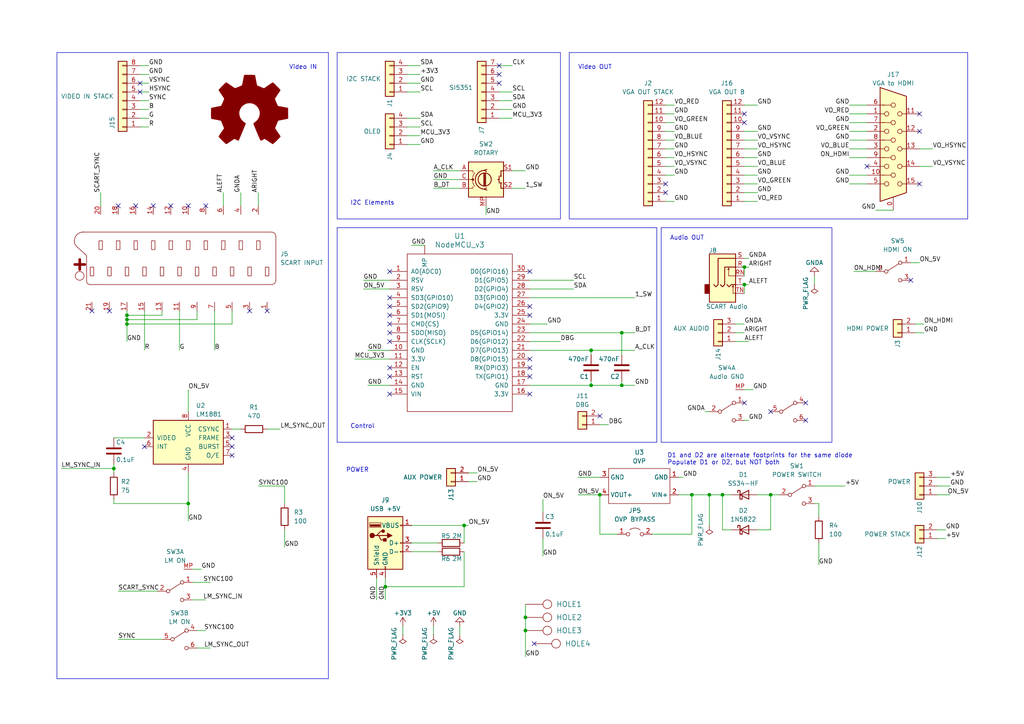
<source format=kicad_sch>
(kicad_sch (version 20230121) (generator eeschema)
  (paper "A4")
  (title_block (title "gbs-daughter-board v2") (date "2024-01-09") (rev "Build1b") (company "Albert Herranz"))
  (lib_symbols
    (symbol "Connector:DE15_Receptacle_HighDensity_MountingHoles" (pin_names (offset 1.016) hide)
      (property "Reference" "J" (at 0 21.59 0))
      (property "Value" "DE15_Receptacle_HighDensity_MountingHoles" (at 0 19.05 0))
      (symbol "DE15_Receptacle_HighDensity_MountingHoles_1_1"
        (pin passive line (at 0 -17.78 90) (length 3.81) (name "~") (number "0"))
        (pin passive line (at -7.62 10.16 0) (length 5.08) (name "~") (number "1"))
        (pin passive line (at -7.62 -7.62 0) (length 5.08) (name "~") (number "10"))
        (pin passive line (at 7.62 10.16 180) (length 5.08) (name "~") (number "11"))
        (pin passive line (at 7.62 5.08 180) (length 5.08) (name "~") (number "12"))
        (pin passive line (at 7.62 0 180) (length 5.08) (name "~") (number "13"))
        (pin passive line (at 7.62 -5.08 180) (length 5.08) (name "~") (number "14"))
        (pin passive line (at 7.62 -10.16 180) (length 5.08) (name "~") (number "15"))
        (pin passive line (at -7.62 5.08 0) (length 5.08) (name "~") (number "2"))
        (pin passive line (at -7.62 0 0) (length 5.08) (name "~") (number "3"))
        (pin passive line (at -7.62 -5.08 0) (length 5.08) (name "~") (number "4"))
        (pin passive line (at -7.62 -10.16 0) (length 5.08) (name "~") (number "5"))
        (pin passive line (at -7.62 12.7 0) (length 5.08) (name "~") (number "6"))
        (pin passive line (at -7.62 7.62 0) (length 5.08) (name "~") (number "7"))
        (pin passive line (at -7.62 2.54 0) (length 5.08) (name "~") (number "8"))
        (pin passive line (at -7.62 -2.54 0) (length 5.08) (name "~") (number "9"))
      )
    )
    (symbol "Connector:SCART-F" (pin_names (offset 0.762) hide)
      (property "Reference" "J" (at 0 31.75 0))
      (property "Value" "SCART-F" (at 1.016 -29.21 0))
      (symbol "SCART-F_0_1"
        (text "+" (at -1.778 29.21 0) (effects (font (size 3.81 3.81) bold)))
      )
      (symbol "SCART-F_1_1"
        (pin passive line (at -15.24 -25.4 0) (length 2.54) (name "P1") (number "1"))
        (pin passive line (at 15.24 -2.54 180) (length 2.54) (name "P10") (number "10"))
        (pin passive line (at -15.24 0 0) (length 2.54) (name "P11") (number "11"))
        (pin passive line (at 15.24 2.54 180) (length 2.54) (name "P12") (number "12"))
        (pin passive line (at -15.24 5.08 0) (length 2.54) (name "P13") (number "13"))
        (pin passive line (at 15.24 7.62 180) (length 2.54) (name "P14") (number "14"))
        (pin passive line (at -15.24 10.16 0) (length 2.54) (name "P15") (number "15"))
        (pin passive line (at 15.24 12.7 180) (length 2.54) (name "P16") (number "16"))
        (pin passive line (at -15.24 15.24 0) (length 2.54) (name "P17") (number "17"))
        (pin passive line (at 15.24 17.78 180) (length 2.54) (name "P18") (number "18"))
        (pin passive line (at -15.24 20.32 0) (length 2.54) (name "P19") (number "19"))
        (pin passive line (at 15.24 -22.86 180) (length 2.54) (name "P2") (number "2"))
        (pin passive line (at 15.24 22.86 180) (length 2.54) (name "P20") (number "20"))
        (pin passive line (at -15.24 25.4 0) (length 2.54) (name "P21") (number "21"))
        (pin passive line (at -15.24 -20.32 0) (length 2.54) (name "P3") (number "3"))
        (pin passive line (at 15.24 -17.78 180) (length 2.54) (name "P4") (number "4"))
        (pin passive line (at -15.24 -15.24 0) (length 2.54) (name "P5") (number "5"))
        (pin passive line (at 15.24 -12.7 180) (length 2.54) (name "P6") (number "6"))
        (pin passive line (at -15.24 -10.16 0) (length 2.54) (name "P7") (number "7"))
        (pin passive line (at 15.24 -7.62 180) (length 2.54) (name "P8") (number "8"))
        (pin passive line (at -15.24 -5.08 0) (length 2.54) (name "P9") (number "9"))
      )
    )
    (symbol "Connector:USB_A" (pin_names (offset 1.016))
      (property "Reference" "J" (at -5.08 11.43 0))
      (property "Value" "USB_A" (at -5.08 8.89 0))
      (symbol "USB_A_1_1"
        (pin power_in line (at 7.62 5.08 180) (length 2.54) (name "VBUS") (number "1"))
        (pin bidirectional line (at 7.62 -2.54 180) (length 2.54) (name "D-") (number "2"))
        (pin bidirectional line (at 7.62 0 180) (length 2.54) (name "D+") (number "3"))
        (pin power_in line (at 0 -10.16 90) (length 2.54) (name "GND") (number "4"))
        (pin passive line (at -2.54 -10.16 90) (length 2.54) (name "Shield") (number "5"))
      )
    )
    (symbol "Connector_Audio:AudioJack3_SwitchTR"
      (property "Reference" "J" (at 0 8.89 0))
      (property "Value" "AudioJack3_SwitchTR" (at 0 6.35 0))
      (symbol "AudioJack3_SwitchTR_1_1"
        (pin passive line (at 5.08 0 180) (length 2.54) (name "~") (number "R"))
        (pin passive line (at 5.08 -2.54 180) (length 2.54) (name "~") (number "RN"))
        (pin passive line (at 5.08 2.54 180) (length 2.54) (name "~") (number "S"))
        (pin passive line (at 5.08 -5.08 180) (length 2.54) (name "~") (number "T"))
        (pin passive line (at 5.08 -7.62 180) (length 2.54) (name "~") (number "TN"))
      )
    )
    (symbol "Connector_Generic:Conn_01x02" (pin_names (offset 1.016) hide)
      (property "Reference" "J" (at 0 2.54 0))
      (property "Value" "Conn_01x02" (at 0 -5.08 0))
      (symbol "Conn_01x02_1_1"
        (pin passive line (at -5.08 0 0) (length 3.81) (name "Pin_1") (number "1"))
        (pin passive line (at -5.08 -2.54 0) (length 3.81) (name "Pin_2") (number "2"))
      )
    )
    (symbol "Connector_Generic:Conn_01x03" (pin_names (offset 1.016) hide)
      (property "Reference" "J" (at 0 5.08 0))
      (property "Value" "Conn_01x03" (at 0 -5.08 0))
      (symbol "Conn_01x03_1_1"
        (pin passive line (at -5.08 2.54 0) (length 3.81) (name "Pin_1") (number "1"))
        (pin passive line (at -5.08 0 0) (length 3.81) (name "Pin_2") (number "2"))
        (pin passive line (at -5.08 -2.54 0) (length 3.81) (name "Pin_3") (number "3"))
      )
    )
    (symbol "Connector_Generic:Conn_01x04" (pin_names (offset 1.016) hide)
      (property "Reference" "J" (at 0 5.08 0))
      (property "Value" "Conn_01x04" (at 0 -7.62 0))
      (symbol "Conn_01x04_1_1"
        (pin passive line (at -5.08 2.54 0) (length 3.81) (name "Pin_1") (number "1"))
        (pin passive line (at -5.08 0 0) (length 3.81) (name "Pin_2") (number "2"))
        (pin passive line (at -5.08 -2.54 0) (length 3.81) (name "Pin_3") (number "3"))
        (pin passive line (at -5.08 -5.08 0) (length 3.81) (name "Pin_4") (number "4"))
      )
    )
    (symbol "Connector_Generic:Conn_01x07" (pin_names (offset 1.016) hide)
      (property "Reference" "J" (at 0 10.16 0))
      (property "Value" "Conn_01x07" (at 0 -10.16 0))
      (symbol "Conn_01x07_1_1"
        (pin passive line (at -5.08 7.62 0) (length 3.81) (name "Pin_1") (number "1"))
        (pin passive line (at -5.08 5.08 0) (length 3.81) (name "Pin_2") (number "2"))
        (pin passive line (at -5.08 2.54 0) (length 3.81) (name "Pin_3") (number "3"))
        (pin passive line (at -5.08 0 0) (length 3.81) (name "Pin_4") (number "4"))
        (pin passive line (at -5.08 -2.54 0) (length 3.81) (name "Pin_5") (number "5"))
        (pin passive line (at -5.08 -5.08 0) (length 3.81) (name "Pin_6") (number "6"))
        (pin passive line (at -5.08 -7.62 0) (length 3.81) (name "Pin_7") (number "7"))
      )
    )
    (symbol "Connector_Generic:Conn_01x08" (pin_names (offset 1.016) hide)
      (property "Reference" "J" (at 0 10.16 0))
      (property "Value" "Conn_01x08" (at 0 -12.7 0))
      (symbol "Conn_01x08_1_1"
        (pin passive line (at -5.08 7.62 0) (length 3.81) (name "Pin_1") (number "1"))
        (pin passive line (at -5.08 5.08 0) (length 3.81) (name "Pin_2") (number "2"))
        (pin passive line (at -5.08 2.54 0) (length 3.81) (name "Pin_3") (number "3"))
        (pin passive line (at -5.08 0 0) (length 3.81) (name "Pin_4") (number "4"))
        (pin passive line (at -5.08 -2.54 0) (length 3.81) (name "Pin_5") (number "5"))
        (pin passive line (at -5.08 -5.08 0) (length 3.81) (name "Pin_6") (number "6"))
        (pin passive line (at -5.08 -7.62 0) (length 3.81) (name "Pin_7") (number "7"))
        (pin passive line (at -5.08 -10.16 0) (length 3.81) (name "Pin_8") (number "8"))
      )
    )
    (symbol "Connector_Generic:Conn_01x12" (pin_names (offset 1.016) hide)
      (property "Reference" "J" (at 0 15.24 0))
      (property "Value" "Conn_01x12" (at 0 -17.78 0))
      (symbol "Conn_01x12_1_1"
        (pin passive line (at -5.08 12.7 0) (length 3.81) (name "Pin_1") (number "1"))
        (pin passive line (at -5.08 -10.16 0) (length 3.81) (name "Pin_10") (number "10"))
        (pin passive line (at -5.08 -12.7 0) (length 3.81) (name "Pin_11") (number "11"))
        (pin passive line (at -5.08 -15.24 0) (length 3.81) (name "Pin_12") (number "12"))
        (pin passive line (at -5.08 10.16 0) (length 3.81) (name "Pin_2") (number "2"))
        (pin passive line (at -5.08 7.62 0) (length 3.81) (name "Pin_3") (number "3"))
        (pin passive line (at -5.08 5.08 0) (length 3.81) (name "Pin_4") (number "4"))
        (pin passive line (at -5.08 2.54 0) (length 3.81) (name "Pin_5") (number "5"))
        (pin passive line (at -5.08 0 0) (length 3.81) (name "Pin_6") (number "6"))
        (pin passive line (at -5.08 -2.54 0) (length 3.81) (name "Pin_7") (number "7"))
        (pin passive line (at -5.08 -5.08 0) (length 3.81) (name "Pin_8") (number "8"))
        (pin passive line (at -5.08 -7.62 0) (length 3.81) (name "Pin_9") (number "9"))
      )
    )
    (symbol "Device:C" (pin_numbers hide) (pin_names (offset 0.254))
      (property "Reference" "C" (at 0.635 2.54 0))
      (property "Value" "C" (at 0.635 -2.54 0))
      (symbol "C_1_1"
        (pin passive line (at 0 3.81 270) (length 2.794) (name "~") (number "1"))
        (pin passive line (at 0 -3.81 90) (length 2.794) (name "~") (number "2"))
      )
    )
    (symbol "Device:D_Schottky" (pin_numbers hide) (pin_names (offset 1.016) hide)
      (property "Reference" "D" (at 0 2.54 0))
      (property "Value" "D_Schottky" (at 0 -2.54 0))
      (symbol "D_Schottky_1_1"
        (pin passive line (at -3.81 0 0) (length 2.54) (name "K") (number "1"))
        (pin passive line (at 3.81 0 180) (length 2.54) (name "A") (number "2"))
      )
    )
    (symbol "Device:R" (pin_numbers hide) (pin_names (offset 0))
      (property "Reference" "R" (at 2.032 0 90))
      (property "Value" "R" (at 0 0 90))
      (symbol "R_1_1"
        (pin passive line (at 0 3.81 270) (length 1.27) (name "~") (number "1"))
        (pin passive line (at 0 -3.81 90) (length 1.27) (name "~") (number "2"))
      )
    )
    (symbol "ESP8266:NodeMCU_1.0_(ESP-12E)" (pin_names (offset 1.016))
      (property "Reference" "U" (at 0 21.59 0))
      (property "Value" "NodeMCU_1.0_(ESP-12E)" (at 0 -21.59 0))
      (symbol "NodeMCU_1.0_(ESP-12E)_1_1"
        (pin power_in line (at -10.16 25.4 270) (length 2.54) (name "MP") (number ""))
        (pin input line (at -20.32 17.78 0) (length 5.08) (name "A0(ADC0)") (number "1"))
        (pin input line (at -20.32 -5.08 0) (length 5.08) (name "GND") (number "10"))
        (pin power_out line (at -20.32 -7.62 0) (length 5.08) (name "3.3V") (number "11"))
        (pin input line (at -20.32 -10.16 0) (length 5.08) (name "EN") (number "12"))
        (pin input line (at -20.32 -12.7 0) (length 5.08) (name "RST") (number "13"))
        (pin power_in line (at -20.32 -15.24 0) (length 5.08) (name "GND") (number "14"))
        (pin power_in line (at -20.32 -17.78 0) (length 5.08) (name "VIN") (number "15"))
        (pin power_out line (at 20.32 -17.78 180) (length 5.08) (name "3.3V") (number "16"))
        (pin power_in line (at 20.32 -15.24 180) (length 5.08) (name "GND") (number "17"))
        (pin bidirectional line (at 20.32 -12.7 180) (length 5.08) (name "TX(GPIO1)") (number "18"))
        (pin bidirectional line (at 20.32 -10.16 180) (length 5.08) (name "RX(DPIO3)") (number "19"))
        (pin input line (at -20.32 15.24 0) (length 5.08) (name "RSV") (number "2"))
        (pin bidirectional line (at 20.32 -7.62 180) (length 5.08) (name "D8(GPIO15)") (number "20"))
        (pin bidirectional line (at 20.32 -5.08 180) (length 5.08) (name "D7(GPIO13)") (number "21"))
        (pin bidirectional line (at 20.32 -2.54 180) (length 5.08) (name "D6(GPIO12)") (number "22"))
        (pin bidirectional line (at 20.32 0 180) (length 5.08) (name "D5(GPIO14)") (number "23"))
        (pin power_in line (at 20.32 2.54 180) (length 5.08) (name "GND") (number "24"))
        (pin power_out line (at 20.32 5.08 180) (length 5.08) (name "3.3V") (number "25"))
        (pin bidirectional line (at 20.32 7.62 180) (length 5.08) (name "D4(GPIO2)") (number "26"))
        (pin bidirectional line (at 20.32 10.16 180) (length 5.08) (name "D3(GPIO0)") (number "27"))
        (pin bidirectional line (at 20.32 12.7 180) (length 5.08) (name "D2(GPIO4)") (number "28"))
        (pin bidirectional line (at 20.32 15.24 180) (length 5.08) (name "D1(GPIO5)") (number "29"))
        (pin input line (at -20.32 12.7 0) (length 5.08) (name "RSV") (number "3"))
        (pin bidirectional line (at 20.32 17.78 180) (length 5.08) (name "D0(GPIO16)") (number "30"))
        (pin bidirectional line (at -20.32 10.16 0) (length 5.08) (name "SD3(GPIO10)") (number "4"))
        (pin bidirectional line (at -20.32 7.62 0) (length 5.08) (name "SD2(GPIO9)") (number "5"))
        (pin bidirectional line (at -20.32 5.08 0) (length 5.08) (name "SD1(MOSI)") (number "6"))
        (pin bidirectional line (at -20.32 2.54 0) (length 5.08) (name "CMD(CS)") (number "7"))
        (pin bidirectional line (at -20.32 0 0) (length 5.08) (name "SDO(MISO)") (number "8"))
        (pin bidirectional line (at -20.32 -2.54 0) (length 5.08) (name "CLK(SCLK)") (number "9"))
      )
    )
    (symbol "Graphic:Logo_Open_Hardware_Large" (pin_numbers hide) (pin_names hide) (in_bom no) (on_board no))
    (symbol "Jumper:Jumper_2_Open" (pin_names (offset 0) hide)
      (property "Reference" "JP" (at 0 2.794 0))
      (property "Value" "Jumper_2_Open" (at 0 -2.286 0))
      (symbol "Jumper_2_Open_1_1"
        (pin passive line (at -5.08 0 0) (length 2.54) (name "A") (number "1"))
        (pin passive line (at 5.08 0 180) (length 2.54) (name "B") (number "2"))
      )
    )
    (symbol "Switch:SW_DPDT_x2" (pin_names (offset 0) hide)
      (property "Reference" "SW" (at 0 4.318 0))
      (property "Value" "SW_DPDT_x2" (at 0 -5.08 0))
      (symbol "SW_DPDT_x2_1_1"
        (pin passive line (at 5.08 2.54 180) (length 2.54) (name "A") (number "1"))
        (pin passive line (at -5.08 0 0) (length 2.54) (name "B") (number "2"))
        (pin passive line (at 5.08 -2.54 180) (length 2.54) (name "C") (number "3"))
      )
      (symbol "SW_DPDT_x2_2_1"
        (pin passive line (at 5.08 2.54 180) (length 2.54) (name "A") (number "4"))
        (pin passive line (at -5.08 0 0) (length 2.54) (name "B") (number "5"))
        (pin passive line (at 5.08 -2.54 180) (length 2.54) (name "C") (number "6"))
      )
    )
    (symbol "Switch:SW_SPDT" (pin_names (offset 0) hide)
      (property "Reference" "SW" (at 0 4.318 0))
      (property "Value" "SW_SPDT" (at 0 -5.08 0))
      (symbol "SW_SPDT_1_1"
        (pin passive line (at 5.08 2.54 180) (length 2.54) (name "A") (number "1"))
        (pin passive line (at -5.08 0 0) (length 2.54) (name "B") (number "2"))
        (pin passive line (at 5.08 -2.54 180) (length 2.54) (name "C") (number "3"))
      )
    )
    (symbol "Video:LM1881" (pin_names (offset 1.016))
      (property "Reference" "U" (at -8.89 8.89 0))
      (property "Value" "LM1881" (at 6.35 8.89 0))
      (symbol "LM1881_1_1"
        (pin output line (at 12.7 5.08 180) (length 2.54) (name "CSYNC") (number "1"))
        (pin input line (at -12.7 2.54 0) (length 2.54) (name "VIDEO") (number "2"))
        (pin output line (at 12.7 2.54 180) (length 2.54) (name "FRAME") (number "3"))
        (pin power_in line (at 0 -7.62 90) (length 2.54) (name "GND") (number "4"))
        (pin output line (at 12.7 0 180) (length 2.54) (name "BURST") (number "5"))
        (pin input line (at -12.7 0 0) (length 2.54) (name "INT") (number "6"))
        (pin output line (at 12.7 -2.54 180) (length 2.54) (name "O/E") (number "7"))
        (pin power_in line (at 0 10.16 270) (length 2.54) (name "VCC") (number "8"))
      )
    )
    (symbol "my_components:HOLE" (pin_numbers hide) (pin_names (offset 1.016) hide)
      (property "Reference" "HOLE" (at 2.54 0 0))
      (symbol "HOLE_1_1"
        (pin input line (at -6.35 0 0) (length 5.08) (name "~") (number "1"))
      )
    )
    (symbol "my_components:OVP_Module_5.5V_2.5A_30V"
      (property "Reference" "U2" (at 0 17.399 0))
      (property "Value" "OVP Omega" (at 0 14.859 0))
      (symbol "OVP_Module_5.5V_2.5A_30V_1_1"
        (pin power_in line (at -11.43 10.16 0) (length 2.54) (name "GND") (number "1"))
        (pin power_in line (at -11.43 5.08 0) (length 2.54) (name "VIN+") (number "2"))
        (pin power_in line (at 11.43 10.16 180) (length 2.54) (name "GND") (number "3"))
        (pin power_out line (at 11.43 5.08 180) (length 2.54) (name "VOUT+") (number "4"))
      )
    )
    (symbol "my_components:RotaryEncoder_Switch_with_MP" (pin_names (offset 0.254) hide)
      (property "Reference" "SW" (at 0 6.604 0))
      (property "Value" "RotaryEncoder_Switch" (at 0 -6.604 0))
      (symbol "RotaryEncoder_Switch_with_MP_1_1"
        (pin passive line (at -7.62 2.54 0) (length 2.54) (name "A") (number "A"))
        (pin passive line (at -7.62 -2.54 0) (length 2.54) (name "B") (number "B"))
        (pin passive line (at -7.62 0 0) (length 2.54) (name "C") (number "C"))
        (pin passive line (at 0 -7.62 90) (length 2.54) (name "MP") (number "MP"))
        (pin passive line (at 7.62 2.54 180) (length 2.54) (name "S1") (number "S1"))
        (pin passive line (at 7.62 -2.54 180) (length 2.54) (name "S2") (number "S2"))
      )
    )
    (symbol "my_components:SW_DPDT_x2_with_MP" (pin_names (offset 0) hide)
      (property "Reference" "SW" (at 0 4.318 0))
      (property "Value" "SW_DPDT_x2" (at 0 -5.08 0))
      (symbol "SW_DPDT_x2_with_MP_0_1"
        (pin passive line (at 5.08 6.35 180) (length 2.54) (name "MP") (number "MP"))
      )
      (symbol "SW_DPDT_x2_with_MP_1_1"
        (pin passive line (at 5.08 2.54 180) (length 2.54) (name "A") (number "1"))
        (pin passive line (at -5.08 0 0) (length 2.54) (name "B") (number "2"))
        (pin passive line (at 5.08 -2.54 180) (length 2.54) (name "C") (number "3"))
      )
      (symbol "SW_DPDT_x2_with_MP_2_1"
        (pin passive line (at 5.08 2.54 180) (length 2.54) (name "A") (number "4"))
        (pin passive line (at -5.08 0 0) (length 2.54) (name "B") (number "5"))
        (pin passive line (at 5.08 -2.54 180) (length 2.54) (name "C") (number "6"))
      )
    )
    (symbol "power:+3V3" (power) (pin_names (offset 0))
      (property "Value" "+3V3" (at 0 3.556 0))
      (symbol "+3V3_1_1"
        (pin power_in line (at 0 0 90) (length 0) hide (name "+3V3") (number "1"))
      )
    )
    (symbol "power:+5V" (power) (pin_names (offset 0))
      (property "Value" "+5V" (at 0 3.556 0))
      (symbol "+5V_1_1"
        (pin power_in line (at 0 0 90) (length 0) hide (name "+5V") (number "1"))
      )
    )
    (symbol "power:GND" (power) (pin_names (offset 0))
      (property "Value" "GND" (at 0 -3.81 0))
      (symbol "GND_1_1"
        (pin power_in line (at 0 0 270) (length 0) hide (name "GND") (number "1"))
      )
    )
    (symbol "power:GNDA" (power) (pin_names (offset 0))
      (property "Value" "GNDA" (at 0 -3.81 0))
      (symbol "GNDA_1_1"
        (pin power_in line (at 0 0 270) (length 0) hide (name "GNDA") (number "1"))
      )
    )
    (symbol "power:PWR_FLAG" (power) (pin_numbers hide) (pin_names (offset 0) hide)
      (property "Value" "PWR_FLAG" (at 0 3.81 0))
      (symbol "PWR_FLAG_0_0"
        (pin power_out line (at 0 0 90) (length 0) (name "pwr") (number "1"))
      )
    )
  )
  (junction (at 215.9 82.55))
  (junction (at 36.83 92.71))
  (junction (at 33.02 135.89))
  (junction (at 171.45 101.6))
  (junction (at 36.83 91.44))
  (junction (at 111.76 170.18))
  (junction (at 223.52 143.51))
  (junction (at 180.34 111.76))
  (junction (at 152.4 182.88))
  (junction (at 180.34 96.52))
  (junction (at 200.66 143.51))
  (junction (at 205.74 143.51))
  (junction (at 152.4 179.07))
  (junction (at 54.61 146.05))
  (junction (at 36.83 93.98))
  (junction (at 134.62 152.4))
  (junction (at 209.55 143.51))
  (junction (at 173.99 143.51))
  (junction (at 171.45 111.76))
  (junction (at 215.9 77.47))
  (no_connect (at 44.45 59.69))
  (no_connect (at 113.03 109.22))
  (no_connect (at 113.03 106.68))
  (no_connect (at 67.31 132.08))
  (no_connect (at 113.03 88.9))
  (no_connect (at 113.03 96.52))
  (no_connect (at 233.68 121.92))
  (no_connect (at 266.7 33.02))
  (no_connect (at 40.64 26.67))
  (no_connect (at 251.46 48.26))
  (no_connect (at 113.03 78.74))
  (no_connect (at 215.9 116.84))
  (no_connect (at 264.16 81.28))
  (no_connect (at 153.67 91.44))
  (no_connect (at 31.75 90.17))
  (no_connect (at 153.67 88.9))
  (no_connect (at 113.03 114.3))
  (no_connect (at 113.03 99.06))
  (no_connect (at 77.47 90.17))
  (no_connect (at 113.03 91.44))
  (no_connect (at 49.53 59.69))
  (no_connect (at 153.67 109.22))
  (no_connect (at 144.78 19.05))
  (no_connect (at 153.67 114.3))
  (no_connect (at 34.29 59.69))
  (no_connect (at 67.31 127))
  (no_connect (at 153.67 78.74))
  (no_connect (at 223.52 119.38))
  (no_connect (at 215.9 33.02))
  (no_connect (at 154.94 186.69))
  (no_connect (at 54.61 59.69))
  (no_connect (at 266.7 38.1))
  (no_connect (at 26.67 90.17))
  (no_connect (at 173.99 120.65))
  (no_connect (at 39.37 59.69))
  (no_connect (at 193.04 55.88))
  (no_connect (at 193.04 53.34))
  (no_connect (at 59.69 59.69))
  (no_connect (at 144.78 21.59))
  (no_connect (at 113.03 86.36))
  (no_connect (at 153.67 106.68))
  (no_connect (at 233.68 116.84))
  (no_connect (at 144.78 24.13))
  (no_connect (at 41.91 129.54))
  (no_connect (at 40.64 24.13))
  (no_connect (at 266.7 53.34))
  (no_connect (at 67.31 129.54))
  (no_connect (at 113.03 93.98))
  (no_connect (at 215.9 35.56))
  (no_connect (at 153.67 104.14))
  (no_connect (at 72.39 90.17))
  (wire (pts (xy 111.76 170.18) (xy 111.76 173.99)))
  (wire (pts (xy 67.31 124.46) (xy 69.85 124.46)))
  (wire (pts (xy 215.9 113.03) (xy 218.44 113.03)))
  (wire (pts (xy 180.34 102.87) (xy 180.34 96.52)))
  (wire (pts (xy 119.38 160.02) (xy 127 160.02)))
  (wire (pts (xy 271.78 143.51) (xy 275.59 143.51)))
  (wire (pts (xy 105.41 81.28) (xy 113.03 81.28)))
  (wire (pts (xy 67.31 90.17) (xy 67.31 93.98)))
  (wire (pts (xy 152.4 179.07) (xy 152.4 182.88)))
  (wire (pts (xy 251.46 40.64) (xy 246.38 40.64)))
  (wire (pts (xy 219.71 153.67) (xy 223.52 153.67)))
  (wire (pts (xy 213.36 93.98) (xy 215.9 93.98)))
  (wire (pts (xy 251.46 50.8) (xy 246.38 50.8)))
  (wire (pts (xy 40.64 29.21) (xy 43.18 29.21)))
  (wire (pts (xy 125.73 49.53) (xy 133.35 49.53)))
  (wire (pts (xy 55.88 168.91) (xy 60.96 168.91)))
  (wire (pts (xy 36.83 91.44) (xy 46.99 91.44)))
  (wire (pts (xy 57.15 187.96) (xy 60.96 187.96)))
  (wire (pts (xy 67.31 93.98) (xy 36.83 93.98)))
  (wire (pts (xy 212.09 153.67) (xy 209.55 153.67)))
  (wire (pts (xy 33.02 146.05) (xy 54.61 146.05)))
  (wire (pts (xy 215.9 40.64) (xy 219.71 40.64)))
  (wire (pts (xy 36.83 93.98) (xy 36.83 99.06)))
  (wire (pts (xy 134.62 152.4) (xy 119.38 152.4)))
  (wire (pts (xy 209.55 143.51) (xy 212.09 143.51)))
  (wire (pts (xy 69.85 55.88) (xy 69.85 59.69)))
  (wire (pts (xy 193.04 30.48) (xy 195.58 30.48)))
  (wire (pts (xy 193.04 58.42) (xy 195.58 58.42)))
  (wire (pts (xy 33.02 135.89) (xy 33.02 134.62)))
  (wire (pts (xy 148.59 54.61) (xy 152.4 54.61)))
  (wire (pts (xy 213.36 96.52) (xy 215.9 96.52)))
  (wire (pts (xy 118.11 21.59) (xy 121.92 21.59)))
  (wire (pts (xy 64.77 55.88) (xy 64.77 59.69)))
  (wire (pts (xy 153.67 99.06) (xy 162.56 99.06)))
  (wire (pts (xy 82.55 146.05) (xy 82.55 140.97)))
  (wire (pts (xy 215.9 80.01) (xy 215.9 77.47)))
  (wire (pts (xy 180.34 111.76) (xy 184.15 111.76)))
  (wire (pts (xy 153.67 83.82) (xy 166.37 83.82)))
  (wire (pts (xy 193.04 48.26) (xy 195.58 48.26)))
  (wire (pts (xy 200.66 143.51) (xy 200.66 154.94)))
  (wire (pts (xy 215.9 77.47) (xy 217.17 77.47)))
  (wire (pts (xy 171.45 101.6) (xy 184.15 101.6)))
  (wire (pts (xy 251.46 38.1) (xy 246.38 38.1)))
  (wire (pts (xy 223.52 143.51) (xy 226.06 143.51)))
  (wire (pts (xy 40.64 24.13) (xy 43.18 24.13)))
  (wire (pts (xy 198.12 138.43) (xy 196.85 138.43)))
  (wire (pts (xy 237.49 146.05) (xy 236.22 146.05)))
  (wire (pts (xy 167.64 138.43) (xy 173.99 138.43)))
  (wire (pts (xy 41.91 127) (xy 33.02 127)))
  (wire (pts (xy 133.35 181.61) (xy 133.35 184.15)))
  (wire (pts (xy 153.67 93.98) (xy 158.75 93.98)))
  (wire (pts (xy 219.71 143.51) (xy 223.52 143.51)))
  (wire (pts (xy 176.53 123.19) (xy 173.99 123.19)))
  (wire (pts (xy 259.08 60.96) (xy 254 60.96)))
  (wire (pts (xy 134.62 152.4) (xy 134.62 157.48)))
  (wire (pts (xy 55.88 173.99) (xy 59.69 173.99)))
  (wire (pts (xy 215.9 82.55) (xy 217.17 82.55)))
  (wire (pts (xy 157.48 156.21) (xy 157.48 161.29)))
  (wire (pts (xy 144.78 26.67) (xy 148.59 26.67)))
  (wire (pts (xy 46.99 90.17) (xy 46.99 91.44)))
  (wire (pts (xy 34.29 185.42) (xy 46.99 185.42)))
  (wire (pts (xy 167.64 143.51) (xy 173.99 143.51)))
  (wire (pts (xy 74.93 55.88) (xy 74.93 59.69)))
  (wire (pts (xy 157.48 144.78) (xy 157.48 148.59)))
  (wire (pts (xy 125.73 54.61) (xy 133.35 54.61)))
  (wire (pts (xy 205.74 143.51) (xy 209.55 143.51)))
  (wire (pts (xy 36.83 91.44) (xy 36.83 92.71)))
  (wire (pts (xy 148.59 49.53) (xy 152.4 49.53)))
  (wire (pts (xy 193.04 35.56) (xy 195.58 35.56)))
  (wire (pts (xy 144.78 34.29) (xy 148.59 34.29)))
  (wire (pts (xy 271.78 156.21) (xy 274.32 156.21)))
  (wire (pts (xy 119.38 157.48) (xy 127 157.48)))
  (wire (pts (xy 215.9 38.1) (xy 219.71 38.1)))
  (wire (pts (xy 271.78 153.67) (xy 274.32 153.67)))
  (wire (pts (xy 236.22 80.01) (xy 236.22 82.55)))
  (wire (pts (xy 106.68 101.6) (xy 113.03 101.6)))
  (wire (pts (xy 180.34 96.52) (xy 184.15 96.52)))
  (wire (pts (xy 204.47 119.38) (xy 205.74 119.38)))
  (wire (pts (xy 215.9 50.8) (xy 219.71 50.8)))
  (wire (pts (xy 40.64 36.83) (xy 43.18 36.83)))
  (wire (pts (xy 62.23 90.17) (xy 62.23 101.6)))
  (wire (pts (xy 215.9 82.55) (xy 215.9 85.09)))
  (wire (pts (xy 135.89 139.7) (xy 138.43 139.7)))
  (wire (pts (xy 125.73 52.07) (xy 133.35 52.07)))
  (wire (pts (xy 215.9 45.72) (xy 219.71 45.72)))
  (wire (pts (xy 57.15 182.88) (xy 59.69 182.88)))
  (wire (pts (xy 140.97 59.69) (xy 140.97 62.23)))
  (wire (pts (xy 180.34 110.49) (xy 180.34 111.76)))
  (wire (pts (xy 118.11 39.37) (xy 121.92 39.37)))
  (wire (pts (xy 45.72 171.45) (xy 34.29 171.45)))
  (wire (pts (xy 118.11 34.29) (xy 121.92 34.29)))
  (wire (pts (xy 237.49 149.86) (xy 237.49 146.05)))
  (wire (pts (xy 153.67 86.36) (xy 184.15 86.36)))
  (wire (pts (xy 118.11 41.91) (xy 121.92 41.91)))
  (wire (pts (xy 193.04 38.1) (xy 195.58 38.1)))
  (wire (pts (xy 171.45 111.76) (xy 180.34 111.76)))
  (wire (pts (xy 153.67 81.28) (xy 166.37 81.28)))
  (wire (pts (xy 134.62 152.4) (xy 135.89 152.4)))
  (wire (pts (xy 144.78 19.05) (xy 148.59 19.05)))
  (wire (pts (xy 55.88 165.1) (xy 58.42 165.1)))
  (wire (pts (xy 266.7 43.18) (xy 270.51 43.18)))
  (wire (pts (xy 116.84 181.61) (xy 116.84 184.15)))
  (wire (pts (xy 251.46 35.56) (xy 246.38 35.56)))
  (wire (pts (xy 152.4 175.26) (xy 152.4 179.07)))
  (wire (pts (xy 196.85 143.51) (xy 200.66 143.51)))
  (wire (pts (xy 111.76 170.18) (xy 111.76 167.64)))
  (wire (pts (xy 171.45 110.49) (xy 171.45 111.76)))
  (wire (pts (xy 193.04 50.8) (xy 195.58 50.8)))
  (wire (pts (xy 40.64 21.59) (xy 43.18 21.59)))
  (wire (pts (xy 33.02 135.89) (xy 33.02 137.16)))
  (wire (pts (xy 54.61 146.05) (xy 54.61 151.13)))
  (wire (pts (xy 40.64 19.05) (xy 43.18 19.05)))
  (wire (pts (xy 215.9 58.42) (xy 219.71 58.42)))
  (wire (pts (xy 52.07 90.17) (xy 52.07 101.6)))
  (wire (pts (xy 266.7 48.26) (xy 270.51 48.26)))
  (wire (pts (xy 134.62 160.02) (xy 134.62 170.18)))
  (wire (pts (xy 200.66 143.51) (xy 205.74 143.51)))
  (wire (pts (xy 111.76 170.18) (xy 134.62 170.18)))
  (wire (pts (xy 215.9 55.88) (xy 219.71 55.88)))
  (wire (pts (xy 215.9 48.26) (xy 219.71 48.26)))
  (wire (pts (xy 109.22 167.64) (xy 109.22 173.99)))
  (wire (pts (xy 215.9 43.18) (xy 219.71 43.18)))
  (wire (pts (xy 102.87 104.14) (xy 113.03 104.14)))
  (wire (pts (xy 193.04 33.02) (xy 195.58 33.02)))
  (wire (pts (xy 193.04 45.72) (xy 195.58 45.72)))
  (wire (pts (xy 205.74 143.51) (xy 205.74 152.4)))
  (wire (pts (xy 118.11 24.13) (xy 121.92 24.13)))
  (wire (pts (xy 215.9 30.48) (xy 219.71 30.48)))
  (wire (pts (xy 251.46 33.02) (xy 246.38 33.02)))
  (wire (pts (xy 153.67 111.76) (xy 171.45 111.76)))
  (wire (pts (xy 171.45 102.87) (xy 171.45 101.6)))
  (wire (pts (xy 271.78 138.43) (xy 275.59 138.43)))
  (wire (pts (xy 125.73 181.61) (xy 125.73 184.15)))
  (wire (pts (xy 223.52 143.51) (xy 223.52 153.67)))
  (wire (pts (xy 193.04 43.18) (xy 195.58 43.18)))
  (wire (pts (xy 54.61 137.16) (xy 54.61 146.05)))
  (wire (pts (xy 40.64 34.29) (xy 43.18 34.29)))
  (wire (pts (xy 171.45 101.6) (xy 153.67 101.6)))
  (wire (pts (xy 57.15 90.17) (xy 57.15 92.71)))
  (wire (pts (xy 135.89 137.16) (xy 138.43 137.16)))
  (wire (pts (xy 106.68 111.76) (xy 113.03 111.76)))
  (wire (pts (xy 105.41 83.82) (xy 113.03 83.82)))
  (wire (pts (xy 247.65 78.74) (xy 254 78.74)))
  (wire (pts (xy 215.9 53.34) (xy 219.71 53.34)))
  (wire (pts (xy 118.11 19.05) (xy 121.92 19.05)))
  (wire (pts (xy 264.16 76.2) (xy 266.7 76.2)))
  (wire (pts (xy 215.9 74.93) (xy 217.17 74.93)))
  (wire (pts (xy 29.21 55.88) (xy 29.21 59.69)))
  (wire (pts (xy 237.49 157.48) (xy 237.49 163.83)))
  (wire (pts (xy 82.55 153.67) (xy 82.55 158.75)))
  (wire (pts (xy 251.46 43.18) (xy 246.38 43.18)))
  (wire (pts (xy 119.38 71.12) (xy 123.19 71.12)))
  (wire (pts (xy 118.11 36.83) (xy 121.92 36.83)))
  (wire (pts (xy 193.04 40.64) (xy 195.58 40.64)))
  (wire (pts (xy 40.64 31.75) (xy 43.18 31.75)))
  (wire (pts (xy 217.17 121.92) (xy 215.9 121.92)))
  (wire (pts (xy 74.93 140.97) (xy 82.55 140.97)))
  (wire (pts (xy 251.46 53.34) (xy 246.38 53.34)))
  (wire (pts (xy 251.46 30.48) (xy 246.38 30.48)))
  (wire (pts (xy 36.83 92.71) (xy 36.83 93.98)))
  (wire (pts (xy 213.36 99.06) (xy 217.17 99.06)))
  (wire (pts (xy 54.61 113.03) (xy 54.61 119.38)))
  (wire (pts (xy 265.43 96.52) (xy 267.97 96.52)))
  (wire (pts (xy 179.07 154.94) (xy 173.99 154.94)))
  (wire (pts (xy 236.22 140.97) (xy 245.11 140.97)))
  (wire (pts (xy 271.78 140.97) (xy 275.59 140.97)))
  (wire (pts (xy 180.34 96.52) (xy 153.67 96.52)))
  (wire (pts (xy 118.11 26.67) (xy 121.92 26.67)))
  (wire (pts (xy 173.99 143.51) (xy 173.99 154.94)))
  (wire (pts (xy 152.4 182.88) (xy 152.4 190.5)))
  (wire (pts (xy 36.83 92.71) (xy 57.15 92.71)))
  (wire (pts (xy 41.91 90.17) (xy 41.91 101.6)))
  (wire (pts (xy 144.78 31.75) (xy 148.59 31.75)))
  (wire (pts (xy 189.23 154.94) (xy 200.66 154.94)))
  (wire (pts (xy 17.78 135.89) (xy 33.02 135.89)))
  (wire (pts (xy 36.83 90.17) (xy 36.83 91.44)))
  (wire (pts (xy 265.43 93.98) (xy 267.97 93.98)))
  (wire (pts (xy 40.64 26.67) (xy 43.18 26.67)))
  (wire (pts (xy 251.46 45.72) (xy 246.38 45.72)))
  (wire (pts (xy 209.55 143.51) (xy 209.55 153.67)))
  (wire (pts (xy 144.78 29.21) (xy 148.59 29.21)))
  (wire (pts (xy 77.47 124.46) (xy 81.28 124.46)))
  (wire (pts (xy 33.02 146.05) (xy 33.02 144.78)))
  (rectangle (start 165.1 15.24) (end 280.67 63.5))
  (rectangle (start 97.79 15.24) (end 162.56 63.5))
  (rectangle (start 191.77 66.04) (end 241.3 128.27))
  (rectangle (start 97.79 66.04) (end 190.5 128.27))
  (rectangle (start 16.51 15.24) (end 95.25 196.85))
  (text "POWER" (at 100.33 137.16 0) (effects (font (size 1.27 1.27)) (justify left bottom)))
  (text "Control" (at 101.6 124.46 0) (effects (font (size 1.27 1.27)) (justify left bottom)))
  (text "I2C Elements" (at 101.6 59.69 0) (effects (font (size 1.27 1.27)) (justify left bottom)))
  (text "Video IN" (at 83.82 20.32 0) (effects (font (size 1.27 1.27)) (justify left bottom)))
  (text "Audio OUT" (at 194.31 69.85 0) (effects (font (size 1.27 1.27)) (justify left bottom)))
  (text "Video OUT" (at 167.64 20.32 0) (effects (font (size 1.27 1.27)) (justify left bottom)))
  (text "D1 and D2 are alternate footprints for the same diode\nPopulate D1 or D2, but NOT both" (at 193.548 135.001 0) (effects (font (size 1.27 1.27)) (justify left bottom)))
  (label "VO_BLUE" (at 246.38 43.18 180))
  (label "GND" (at 43.18 19.05 0))
  (label "SYNC" (at 34.29 185.42 0))
  (label "VO_GREEN" (at 195.58 35.56 0))
  (label "GND" (at 219.71 55.88 0))
  (label "GND" (at 267.97 96.52 0))
  (label "GND" (at 106.68 101.6 0))
  (label "GND" (at 58.42 165.1 0))
  (label "GND" (at 246.38 35.56 180))
  (label "GND" (at 106.68 111.76 0))
  (label "ON_5V" (at 135.89 152.4 0))
  (label "GND" (at 138.43 139.7 0))
  (label "SDA" (at 166.37 83.82 0))
  (label "R" (at 41.91 101.6 0))
  (label "GND" (at 246.38 53.34 180))
  (label "ALEFT" (at 64.77 55.88 90))
  (label "ON_5V" (at 105.41 83.82 0))
  (label "+3V3" (at 121.92 21.59 0))
  (label "SYNC100" (at 74.93 140.97 0))
  (label "VO_VSYNC" (at 219.71 40.64 0))
  (label "GND" (at 152.4 190.5 0))
  (label "GND" (at 121.92 41.91 0))
  (label "CLK" (at 148.59 19.05 0))
  (label "GND" (at 195.58 58.42 0))
  (label "GND" (at 195.58 50.8 0))
  (label "GND" (at 121.92 24.13 0))
  (label "GND" (at 54.61 151.13 0))
  (label "GND" (at 43.18 21.59 0))
  (label "1_SW" (at 152.4 54.61 0))
  (label "VO_RED" (at 195.58 30.48 0))
  (label "VO_RED" (at 246.38 33.02 180))
  (label "GND" (at 246.38 50.8 180))
  (label "VO_BLUE" (at 195.58 40.64 0))
  (label "+5V" (at 274.32 156.21 0))
  (label "A_CLK" (at 184.15 101.6 0))
  (label "SDA" (at 148.59 29.21 0))
  (label "A_CLK" (at 125.73 49.53 0))
  (label "GNDA" (at 215.9 93.98 0))
  (label "SCART_SYNC" (at 34.29 171.45 0))
  (label "GND" (at 125.73 52.07 0))
  (label "ON_5V" (at 167.64 143.51 0))
  (label "GND" (at 167.64 138.43 0))
  (label "VO_VSYNC" (at 195.58 48.26 0))
  (label "SCL" (at 166.37 81.28 0))
  (label "GND" (at 219.71 30.48 0))
  (label "SDA" (at 121.92 19.05 0))
  (label "GND" (at 254 60.96 180))
  (label "GND" (at 109.22 173.99 90))
  (label "SCL" (at 121.92 36.83 0))
  (label "+5V" (at 245.11 140.97 0))
  (label "VO_GREEN" (at 219.71 53.34 0))
  (label "GNDA" (at 217.17 74.93 0))
  (label "GND" (at 105.41 81.28 0))
  (label "GND" (at 217.17 121.92 0))
  (label "SCART_SYNC" (at 29.21 55.88 90))
  (label "GND" (at 119.38 71.12 0))
  (label "SCL" (at 121.92 26.67 0))
  (label "VSYNC" (at 43.18 24.13 0))
  (label "GND" (at 237.49 163.83 0))
  (label "GND" (at 218.44 113.03 0))
  (label "SYNC100" (at 58.928 168.91 0))
  (label "+5V" (at 275.59 138.43 0))
  (label "HSYNC" (at 43.18 26.67 0))
  (label "VO_HSYNC" (at 195.58 45.72 0))
  (label "B_DT" (at 125.73 54.61 0))
  (label "ARIGHT" (at 215.9 96.52 0))
  (label "DBG" (at 162.56 99.06 0))
  (label "ON_HDMI" (at 246.38 45.72 180))
  (label "ALEFT" (at 215.9 99.06 0))
  (label "GND" (at 275.59 140.97 0))
  (label "G" (at 43.18 34.29 0))
  (label "GND" (at 157.48 161.29 0))
  (label "SYNC100" (at 59.182 182.88 0))
  (label "MCU_3V3" (at 148.59 34.29 0))
  (label "GND" (at 184.15 111.76 0))
  (label "LM_SYNC_IN" (at 17.78 135.89 0))
  (label "SYNC" (at 43.18 29.21 0))
  (label "VO_BLUE" (at 219.71 48.26 0))
  (label "ON_5V" (at 274.828 143.51 0))
  (label "B" (at 43.18 31.75 0))
  (label "GND" (at 274.32 153.67 0))
  (label "ARIGHT" (at 217.17 77.47 0))
  (label "VO_RED" (at 219.71 58.42 0))
  (label "GND" (at 140.97 62.23 0))
  (label "ON_HDMI" (at 247.65 78.74 0))
  (label "GND" (at 219.71 50.8 0))
  (label "GND" (at 195.58 38.1 0))
  (label "ON_5V" (at 266.7 76.2 0))
  (label "B_DT" (at 184.15 96.52 0))
  (label "ARIGHT" (at 74.93 55.88 90))
  (label "LM_SYNC_OUT" (at 81.28 124.46 0))
  (label "VO_HSYNC" (at 270.51 43.18 0))
  (label "LM_SYNC_OUT" (at 59.182 187.96 0))
  (label "B" (at 62.23 101.6 0))
  (label "GND" (at 219.71 45.72 0))
  (label "ON_5V" (at 54.61 113.03 0))
  (label "GND" (at 198.12 138.43 0))
  (label "GND" (at 36.83 99.06 0))
  (label "GND" (at 246.38 30.48 180))
  (label "MCU_3V3" (at 102.87 104.14 0))
  (label "ALEFT" (at 217.17 82.55 0))
  (label "GND" (at 195.58 33.02 0))
  (label "R" (at 43.18 36.83 0))
  (label "GND" (at 158.75 93.98 0))
  (label "VO_VSYNC" (at 270.51 48.26 0))
  (label "GND" (at 111.76 173.99 90))
  (label "GND" (at 219.71 38.1 0))
  (label "ON_HDMI" (at 267.97 93.98 0))
  (label "ON_5V" (at 138.43 137.16 0))
  (label "1_SW" (at 184.15 86.36 0))
  (label "GND" (at 82.55 158.75 0))
  (label "SCL" (at 148.59 26.67 0))
  (label "GND" (at 148.59 31.75 0))
  (label "GNDA" (at 69.85 55.88 90))
  (label "SDA" (at 121.92 34.29 0))
  (label "G" (at 52.07 101.6 0))
  (label "DBG" (at 176.53 123.19 0))
  (label "GND" (at 152.4 49.53 0))
  (label "LM_SYNC_IN" (at 58.928 173.99 0))
  (label "VO_GREEN" (at 246.38 38.1 180))
  (label "GND" (at 195.58 43.18 0))
  (label "ON_5V" (at 157.48 144.78 0))
  (label "VO_HSYNC" (at 219.71 43.18 0))
  (label "GNDA" (at 204.47 119.38 180))
  (label "MCU_3V3" (at 121.92 39.37 0))
  (label "GND" (at 246.38 40.64 180))
  (symbol (lib_id "Video:LM1881") (at 54.61 129.54 0) (unit 1)
    (property "Reference" "U2" (at 56.8041 117.602 0) (effects (justify left)))
    (property "Value" "LM1881" (at 56.8041 120.142 0) (effects (justify left)))
    (property "Footprint" "Package_DIP:DIP-8_W7.62mm_Socket" (effects hide))
  )
  (symbol (lib_id "Device:D_Schottky") (at 215.9 143.51 0) (unit 1)
    (property "Reference" "D1" (at 215.5825 137.668 0))
    (property "Value" "SS34-HF" (at 215.5825 140.208 0))
    (property "Footprint" "Diode_SMD:D_SMA_Handsoldering" (effects hide))
  )
  (symbol (lib_id "Connector_Audio:AudioJack3_SwitchTR") (at 210.82 77.47 0) (unit 1)
    (property "Reference" "J8" (at 206.756 72.644 0))
    (property "Value" "SCART Audio" (at 210.82 88.9 0))
    (property "Footprint" "Connector_Audio:Jack_3.5mm_CUI_SJ1-3525N_Horizontal" (effects hide))
  )
  (symbol (lib_id "power:+5V") (at 125.73 181.61 0) (unit 1)
    (property "Reference" "#PWR04" (effects hide))
    (property "Value" "+5V" (at 125.73 177.8 0))
  )
  (symbol (lib_id "Connector:USB_A") (at 111.76 157.48 0) (unit 1)
    (property "Reference" "J9" (at 111.76 145.034 0))
    (property "Value" "USB +5V" (at 111.76 147.574 0))
    (property "Footprint" "Connector_USB:USB_A_CONNFLY_DS1095-WNR0" (effects hide))
    (property "Datasheet" " ~" (effects hide))
  )
  (symbol (lib_id "Device:C") (at 180.34 106.68 180) (unit 1)
    (property "Reference" "C2" (at 179.705 109.22 0) (effects (justify left)))
    (property "Value" "470nF" (at 179.705 104.14 0) (effects (justify left)))
    (property "Footprint" "My_Components:Cap_Cer_508" (effects hide))
  )
  (symbol (lib_id "my_components:HOLE") (at 161.29 186.69 0) (unit 1)
    (property "Reference" "HOLE4" (at 163.83 186.69 0) (effects (font (size 1.524 1.524)) (justify left)))
    (property "Value" "HOLE" (effects hide))
    (property "Footprint" "My_Components:Hole_3mm" (effects hide))
  )
  (symbol (lib_id "Connector_Generic:Conn_01x12") (at 187.96 45.72 180) (unit 1)
    (property "Reference" "J2" (at 187.96 24.13 0))
    (property "Value" "VGA OUT STACK" (at 187.96 26.67 0))
    (property "Footprint" "Connector_JST:JST_PH_B12B-PH-K_1x12_P2.00mm_Vertical" (effects hide))
  )
  (symbol (lib_id "my_components:HOLE") (at 158.75 182.88 0) (unit 1)
    (property "Reference" "HOLE3" (at 161.29 182.88 0) (effects (font (size 1.524 1.524)) (justify left)))
    (property "Value" "HOLE" (effects hide))
    (property "Footprint" "My_Components:Hole_3mm" (effects hide))
  )
  (symbol (lib_id "my_components:HOLE") (at 158.75 179.07 0) (unit 1)
    (property "Reference" "HOLE2" (at 161.29 179.07 0) (effects (font (size 1.524 1.524)) (justify left)))
    (property "Value" "HOLE" (effects hide))
    (property "Footprint" "My_Components:Hole_3mm" (effects hide))
  )
  (symbol (lib_id "Device:R") (at 130.81 157.48 270) (unit 1)
    (property "Reference" "R5" (at 129.286 155.448 90))
    (property "Value" "2M" (at 132.588 155.448 90))
    (property "Footprint" "My_Components:Res_762" (effects hide))
  )
  (symbol (lib_id "Switch:SW_DPDT_x2") (at 52.07 185.42 0) (unit 2)
    (property "Reference" "SW3" (at 52.07 177.8 0))
    (property "Value" "LM ON" (at 52.07 180.34 0))
    (property "Footprint" "My_Components:SW_SK-22D07VG4-2P2T-4mm" (effects hide))
  )
  (symbol (lib_id "Connector_Generic:Conn_01x02") (at 260.35 96.52 180) (unit 1)
    (property "Reference" "J3" (at 260.35 98.552 90) (effects (justify left)))
    (property "Value" "HDMI POWER" (at 257.81 95.25 0) (effects (justify left)))
    (property "Footprint" "Connector_JST:JST_XH_B2B-XH-A_1x02_P2.50mm_Vertical" (effects hide))
  )
  (symbol (lib_id "Connector_Generic:Conn_01x02") (at 266.7 156.21 180) (unit 1)
    (property "Reference" "J12" (at 266.7 158.242 90) (effects (justify left)))
    (property "Value" "POWER STACK" (at 264.16 154.94 0) (effects (justify left)))
    (property "Footprint" "Connector_JST:JST_XH_B2B-XH-A_1x02_P2.50mm_Vertical" (effects hide))
  )
  (symbol (lib_id "power:PWR_FLAG") (at 116.84 184.15 180) (unit 1)
    (property "Reference" "#FLG01" (effects hide))
    (property "Value" "PWR_FLAG" (at 114.3 186.69 90))
  )
  (symbol (lib_id "Connector_Generic:Conn_01x03") (at 266.7 140.97 180) (unit 1)
    (property "Reference" "J10" (at 266.7 145.415 90) (effects (justify left)))
    (property "Value" "POWER" (at 264.16 139.7 0) (effects (justify left)))
    (property "Footprint" "Connector_JST:JST_XH_S3B-XH-A_1x03_P2.50mm_Horizontal" (effects hide))
  )
  (symbol (lib_id "Device:D_Schottky") (at 215.9 153.67 0) (unit 1)
    (property "Reference" "D2" (at 215.5825 148.082 0))
    (property "Value" "1N5822" (at 215.5825 150.622 0))
    (property "Footprint" "My_Components:DIODE-DO-27-DO-201AD" (effects hide))
  )
  (symbol (lib_id "Connector_Generic:Conn_01x04") (at 113.03 39.37 180) (unit 1)
    (property "Reference" "J4" (at 113.03 44.196 90) (effects (justify left)))
    (property "Value" "OLED" (at 110.49 38.1 0) (effects (justify left)))
    (property "Footprint" "TG9541:Display_128x64_096_I2C" (effects hide))
  )
  (symbol (lib_id "my_components:RotaryEncoder_Switch_with_MP") (at 140.97 52.07 0) (unit 1)
    (property "Reference" "SW2" (at 140.97 41.783 0))
    (property "Value" "ROTARY" (at 140.97 44.323 0))
    (property "Footprint" "Rotary_Encoder:RotaryEncoder_Alps_EC11E-Switch_Vertical_H20mm_CircularMountingHoles" (effects hide))
  )
  (symbol (lib_id "Switch:SW_SPDT") (at 231.14 143.51 0) (unit 1)
    (property "Reference" "SW1" (at 231.14 135.128 0))
    (property "Value" "POWER SWITCH" (at 231.14 137.668 0))
    (property "Footprint" "My_Components:SW_Toggle_Blue_wSlots" (effects hide))
  )
  (symbol (lib_id "Device:C") (at 33.02 130.81 0) (unit 1)
    (property "Reference" "C4" (at 33.655 128.27 0) (effects (justify left)))
    (property "Value" "0.1uF" (at 33.655 133.35 0) (effects (justify left)))
    (property "Footprint" "My_Components:Cap_Cer_508" (effects hide))
  )
  (symbol (lib_id "my_components:SW_DPDT_x2_with_MP") (at 50.8 171.45 0) (unit 1)
    (property "Reference" "SW3" (at 50.8 160.02 0))
    (property "Value" "LM ON" (at 50.8 162.56 0))
    (property "Footprint" "My_Components:SW_SK-22D07VG4-2P2T-4mm" (effects hide))
  )
  (symbol (lib_id "Connector_Generic:Conn_01x08") (at 35.56 29.21 180) (unit 1)
    (property "Reference" "J15" (at 32.512 33.782 90) (effects (justify left)))
    (property "Value" "VIDEO IN STACK" (at 33.02 27.94 0) (effects (justify left)))
    (property "Footprint" "My_Components:Conn_1x08_P2.50mm" (effects hide))
  )
  (symbol (lib_id "my_components:OVP_Module_5.5V_2.5A_30V") (at 185.42 148.59 0) (mirror y) (unit 1)
    (property "Reference" "U3" (at 185.42 131.191 0))
    (property "Value" "OVP" (at 185.42 133.731 0))
    (property "Footprint" "My_Components:OVP_Module_5.5V_2.5A_30V" (effects hide))
  )
  (symbol (lib_id "Connector:SCART-F") (at 52.07 74.93 90) (unit 1)
    (property "Reference" "J5" (at 81.28 73.66 90) (effects (justify right)))
    (property "Value" "SCART INPUT" (at 81.28 76.2 90) (effects (justify right)))
    (property "Footprint" "w_conn_av:SCART" (effects hide))
    (property "Datasheet" " ~" (effects hide))
  )
  (symbol (lib_id "power:GNDA") (at 236.22 80.01 180) (unit 1)
    (property "Reference" "#PWR01" (effects hide))
    (property "Value" "GNDA" (at 236.22 76.2 0))
  )
  (symbol (lib_id "Device:R") (at 82.55 149.86 180) (unit 1)
    (property "Reference" "R3" (at 85.217 148.59 0) (effects (justify right)))
    (property "Value" "100" (at 85.217 151.13 0) (effects (justify right)))
    (property "Footprint" "My_Components:Res_762" (effects hide))
  )
  (symbol (lib_id "power:PWR_FLAG") (at 133.35 184.15 180) (unit 1)
    (property "Reference" "#FLG02" (effects hide))
    (property "Value" "PWR_FLAG" (at 130.81 186.69 90))
  )
  (symbol (lib_id "Device:R") (at 73.66 124.46 90) (unit 1)
    (property "Reference" "R1" (at 73.66 118.11 90))
    (property "Value" "470" (at 73.66 120.65 90))
    (property "Footprint" "My_Components:Res_762" (effects hide))
  )
  (symbol (lib_id "power:+3V3") (at 116.84 181.61 0) (unit 1)
    (property "Reference" "#PWR03" (effects hide))
    (property "Value" "+3V3" (at 116.84 177.8 0))
  )
  (symbol (lib_id "Connector_Generic:Conn_01x12") (at 210.82 45.72 180) (unit 1)
    (property "Reference" "J16" (at 210.82 24.13 0))
    (property "Value" "VGA OUT B" (at 210.82 26.67 0))
    (property "Footprint" "Connector_JST:JST_PH_S12B-PH-K_1x12_P2.00mm_Horizontal" (effects hide))
  )
  (symbol (lib_id "my_components:HOLE") (at 158.75 175.26 0) (unit 1)
    (property "Reference" "HOLE1" (at 161.29 175.26 0) (effects (font (size 1.524 1.524)) (justify left)))
    (property "Value" "HOLE" (effects hide))
    (property "Footprint" "My_Components:Hole_3mm" (effects hide))
  )
  (symbol (lib_id "Connector:DE15_Receptacle_HighDensity_MountingHoles") (at 259.08 43.18 0) (unit 1)
    (property "Reference" "J17" (at 259.08 21.59 0))
    (property "Value" "VGA to HDMI" (at 259.08 24.13 0))
    (property "Footprint" "Connector_Dsub:DSUB-15-HD_Female_Horizontal_P2.29x1.98mm_EdgePinOffset3.03mm_Housed_MountingHolesOffset4.94mm" (effects hide))
    (property "Datasheet" " ~" (effects hide))
  )
  (symbol (lib_id "Connector_Generic:Conn_01x02") (at 130.81 139.7 180) (unit 1)
    (property "Reference" "J13" (at 130.81 141.732 90) (effects (justify left)))
    (property "Value" "AUX POWER" (at 128.27 138.43 0) (effects (justify left)))
    (property "Footprint" "Connector_JST:JST_XH_B2B-XH-A_1x02_P2.50mm_Vertical" (effects hide))
  )
  (symbol (lib_id "Device:R") (at 33.02 140.97 180) (unit 1)
    (property "Reference" "R2" (at 35.052 139.7 0) (effects (justify right)))
    (property "Value" "75" (at 35.052 142.24 0) (effects (justify right)))
    (property "Footprint" "My_Components:Res_762" (effects hide))
  )
  (symbol (lib_id "Device:C") (at 171.45 106.68 180) (unit 1)
    (property "Reference" "C1" (at 170.815 109.22 0) (effects (justify left)))
    (property "Value" "470nF" (at 170.815 104.14 0) (effects (justify left)))
    (property "Footprint" "My_Components:Cap_Cer_508" (effects hide))
  )
  (symbol (lib_id "Connector_Generic:Conn_01x04") (at 113.03 24.13 180) (unit 1)
    (property "Reference" "J1" (at 113.03 28.702 90) (effects (justify left)))
    (property "Value" "I2C STACK" (at 110.49 22.86 0) (effects (justify left)))
    (property "Footprint" "Connector_JST:JST_XH_B4B-XH-A_1x04_P2.50mm_Vertical" (effects hide))
  )
  (symbol (lib_id "Device:C") (at 157.48 152.4 0) (unit 1)
    (property "Reference" "C3" (at 158.115 149.86 0) (effects (justify left)))
    (property "Value" "0.1uF" (at 158.115 154.94 0) (effects (justify left)))
    (property "Footprint" "My_Components:Cap_Cer_508" (effects hide))
  )
  (symbol (lib_id "Switch:SW_SPDT") (at 259.08 78.74 0) (unit 1)
    (property "Reference" "SW5" (at 260.35 69.85 0))
    (property "Value" "HDMI ON" (at 260.35 72.39 0))
    (property "Footprint" "My_Components:SW_SS-12D11" (effects hide))
  )
  (symbol (lib_id "ESP8266:NodeMCU_1.0_(ESP-12E)") (at 133.35 96.52 0) (unit 1)
    (property "Reference" "U1" (at 133.35 68.453 0) (effects (font (size 1.524 1.524))))
    (property "Value" "NodeMCU_v3" (at 133.35 70.993 0) (effects (font (size 1.524 1.524))))
    (property "Footprint" "ESP8266:NodeMCU-LoLinV3-LargePads" (effects hide))
  )
  (symbol (lib_id "power:GND") (at 133.35 181.61 180) (unit 1)
    (property "Reference" "#PWR02" (effects hide))
    (property "Value" "GND" (at 133.35 177.8 0))
  )
  (symbol (lib_id "Connector_Generic:Conn_01x02") (at 168.91 123.19 180) (unit 1)
    (property "Reference" "J11" (at 168.91 114.808 0))
    (property "Value" "DBG" (at 168.91 117.348 0))
    (property "Footprint" "Connector_JST:JST_XH_S2B-XH-A_1x02_P2.50mm_Horizontal" (effects hide))
  )
  (symbol (lib_id "Jumper:Jumper_2_Open") (at 184.15 154.94 0) (unit 1)
    (property "Reference" "JP5" (at 184.15 148.082 0))
    (property "Value" "OVP BYPASS" (at 184.15 150.622 0))
    (property "Footprint" "My_Components:Conn_Pin_Header_2x1_2.54mm_NoKey" (effects hide))
  )
  (symbol (lib_id "Device:R") (at 237.49 153.67 180) (unit 1)
    (property "Reference" "R4" (at 240.411 152.4 0) (effects (justify right)))
    (property "Value" "100" (at 240.411 154.94 0) (effects (justify right)))
    (property "Footprint" "My_Components:Res_762" (effects hide))
  )
  (symbol (lib_id "Connector_Generic:Conn_01x03") (at 208.28 96.52 180) (unit 1)
    (property "Reference" "J14" (at 208.28 100.965 90) (effects (justify left)))
    (property "Value" "AUX AUDIO" (at 205.74 95.25 0) (effects (justify left)))
    (property "Footprint" "Connector_JST:JST_XH_B3B-XH-A_1x03_P2.50mm_Vertical" (effects hide))
  )
  (symbol (lib_id "power:PWR_FLAG") (at 236.22 82.55 180) (unit 1)
    (property "Reference" "#FLG03" (effects hide))
    (property "Value" "PWR_FLAG" (at 233.68 85.09 90))
  )
  (symbol (lib_id "power:PWR_FLAG") (at 125.73 184.15 180) (unit 1)
    (property "Reference" "#FLG04" (effects hide))
    (property "Value" "PWR_FLAG" (at 123.19 186.69 90))
  )
  (symbol (lib_id "Connector_Generic:Conn_01x07") (at 139.7 26.67 180) (unit 1)
    (property "Reference" "J7" (at 139.7 36.576 90) (effects (justify left)))
    (property "Value" "SI5351" (at 137.16 25.4 0) (effects (justify left)))
    (property "Footprint" "My_Components:si5351a_Module" (effects hide))
  )
  (symbol (lib_id "Device:R") (at 130.81 160.02 270) (unit 1)
    (property "Reference" "R6" (at 129.286 162.052 90))
    (property "Value" "2M" (at 132.588 162.052 90))
    (property "Footprint" "My_Components:Res_762" (effects hide))
  )
  (symbol (lib_id "my_components:SW_DPDT_x2_with_MP") (at 210.82 119.38 0) (unit 1)
    (property "Reference" "SW4" (at 210.82 106.68 0))
    (property "Value" "Audio GND" (at 210.82 109.22 0))
    (property "Footprint" "My_Components:SW_SK-22D07VG4-2P2T-4mm" (effects hide))
  )
  (symbol (lib_id "Switch:SW_DPDT_x2") (at 228.6 119.38 0) (unit 2)
    (property "Reference" "SW4" (effects hide))
    (property "Value" "Audio GND" (effects hide))
    (property "Footprint" "My_Components:SW_SK-22D07VG4-2P2T-4mm" (effects hide))
  )
  (symbol (lib_id "power:PWR_FLAG") (at 205.74 152.4 180) (unit 1)
    (property "Reference" "#FLG05" (effects hide))
    (property "Value" "PWR_FLAG" (at 203.2 153.67 90))
  )
  (symbol (lib_id "Graphic:Logo_Open_Hardware_Large") (at 72.39 33.02 0) (unit 1) (in_bom no)
    (property "Reference" "SYM1" (effects hide))
    (property "Value" "Logo_Open_Hardware_Large" (effects hide))
    (property "Footprint" "My_Components:OSHW-Logo_7.5x8mm_SilkScreen" (effects hide))
    (property "Sim.Enable" "0" (effects hide))
  )
)
</source>
